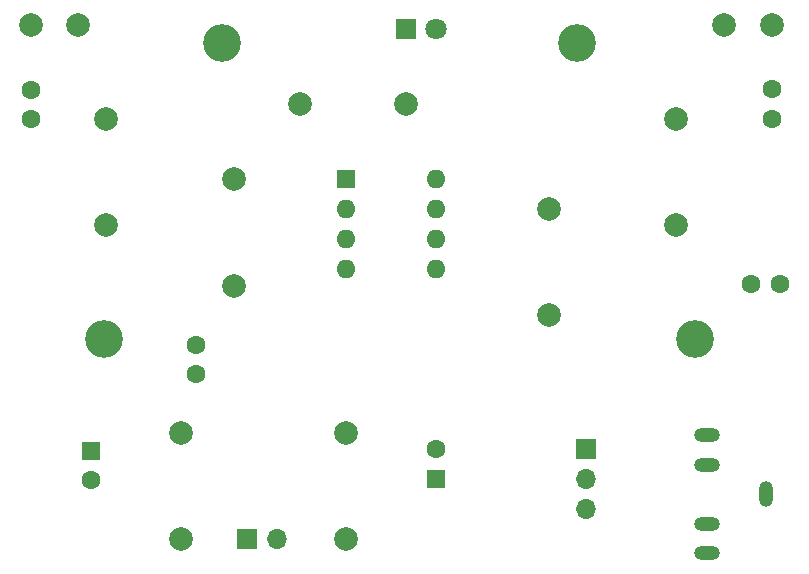
<source format=gbs>
G04 #@! TF.GenerationSoftware,KiCad,Pcbnew,7.0.10*
G04 #@! TF.CreationDate,2024-02-03T19:17:56+01:00*
G04 #@! TF.ProjectId,electrosluch_basic,656c6563-7472-46f7-936c-7563685f6261,rev?*
G04 #@! TF.SameCoordinates,Original*
G04 #@! TF.FileFunction,Soldermask,Bot*
G04 #@! TF.FilePolarity,Negative*
%FSLAX46Y46*%
G04 Gerber Fmt 4.6, Leading zero omitted, Abs format (unit mm)*
G04 Created by KiCad (PCBNEW 7.0.10) date 2024-02-03 19:17:56*
%MOMM*%
%LPD*%
G01*
G04 APERTURE LIST*
%ADD10C,1.600000*%
%ADD11C,3.200000*%
%ADD12C,2.000000*%
%ADD13R,1.600000X1.600000*%
%ADD14R,1.700000X1.700000*%
%ADD15O,1.700000X1.700000*%
%ADD16O,1.600000X1.600000*%
%ADD17O,2.200000X1.200000*%
%ADD18O,1.200000X2.200000*%
%ADD19R,1.800000X1.800000*%
%ADD20C,1.800000*%
G04 APERTURE END LIST*
D10*
X67780000Y-83020000D03*
X67780000Y-80520000D03*
X53810000Y-61430000D03*
X53810000Y-58930000D03*
D11*
X110000000Y-80000000D03*
D12*
X97625000Y-78050000D03*
X97625000Y-69050000D03*
D13*
X58890000Y-89497000D03*
D10*
X58890000Y-91997000D03*
X117250000Y-75400000D03*
X114750000Y-75400000D03*
D11*
X60000000Y-80000000D03*
D13*
X88100000Y-91870000D03*
D10*
X88100000Y-89370000D03*
D12*
X70955000Y-66515000D03*
X70955000Y-75515000D03*
X80480000Y-96990000D03*
X80480000Y-87990000D03*
D11*
X70000000Y-55000000D03*
D14*
X100800000Y-89370000D03*
D15*
X100800000Y-91910000D03*
X100800000Y-94450000D03*
D12*
X116500000Y-53467000D03*
X112500000Y-53467000D03*
D13*
X80480000Y-66520000D03*
D16*
X80480000Y-69060000D03*
X80480000Y-71600000D03*
X80480000Y-74140000D03*
X88100000Y-74140000D03*
X88100000Y-71600000D03*
X88100000Y-69060000D03*
X88100000Y-66520000D03*
D12*
X53810000Y-53467000D03*
X57810000Y-53467000D03*
X66510000Y-87990000D03*
X66510000Y-96990000D03*
X108420000Y-70430000D03*
X108420000Y-61430000D03*
X85560000Y-60160000D03*
X76560000Y-60160000D03*
D10*
X116500000Y-61390000D03*
X116500000Y-58890000D03*
D17*
X111000000Y-98180000D03*
X111000000Y-95680000D03*
D18*
X116000000Y-93180000D03*
D17*
X111000000Y-88180000D03*
X111000000Y-90680000D03*
D12*
X60150000Y-70430000D03*
X60150000Y-61430000D03*
D14*
X72050793Y-96988207D03*
D15*
X74590793Y-96988207D03*
D11*
X100000000Y-55000000D03*
D19*
X85560000Y-53810000D03*
D20*
X88100000Y-53810000D03*
M02*

</source>
